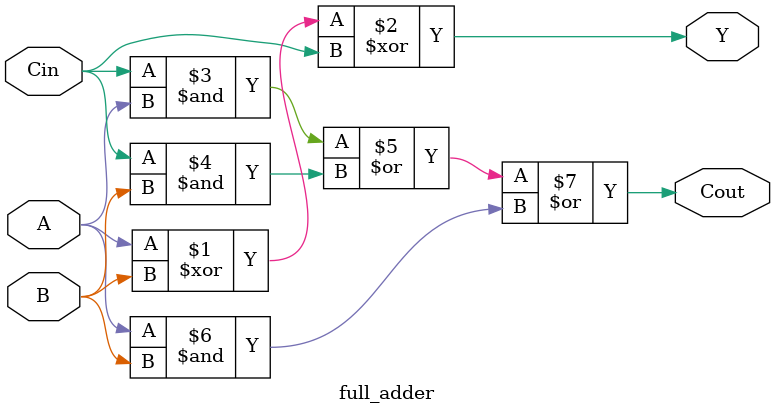
<source format=v>
module full_adder(
    input A, B, Cin,
    output Y, Cout
);
    assign Y = A ^ B ^ Cin;
    assign Cout = Cin & A | Cin & B | A & B;

endmodule
</source>
